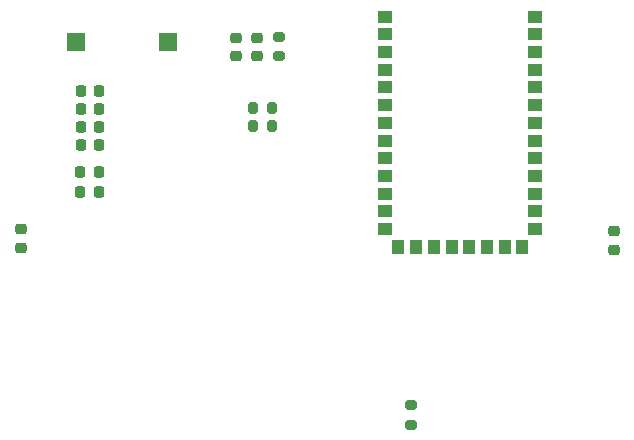
<source format=gtp>
G04 #@! TF.GenerationSoftware,KiCad,Pcbnew,7.0.1*
G04 #@! TF.CreationDate,2024-07-14T18:55:08+02:00*
G04 #@! TF.ProjectId,Gruzik2.0,4772757a-696b-4322-9e30-2e6b69636164,rev?*
G04 #@! TF.SameCoordinates,Original*
G04 #@! TF.FileFunction,Paste,Top*
G04 #@! TF.FilePolarity,Positive*
%FSLAX46Y46*%
G04 Gerber Fmt 4.6, Leading zero omitted, Abs format (unit mm)*
G04 Created by KiCad (PCBNEW 7.0.1) date 2024-07-14 18:55:08*
%MOMM*%
%LPD*%
G01*
G04 APERTURE LIST*
G04 Aperture macros list*
%AMRoundRect*
0 Rectangle with rounded corners*
0 $1 Rounding radius*
0 $2 $3 $4 $5 $6 $7 $8 $9 X,Y pos of 4 corners*
0 Add a 4 corners polygon primitive as box body*
4,1,4,$2,$3,$4,$5,$6,$7,$8,$9,$2,$3,0*
0 Add four circle primitives for the rounded corners*
1,1,$1+$1,$2,$3*
1,1,$1+$1,$4,$5*
1,1,$1+$1,$6,$7*
1,1,$1+$1,$8,$9*
0 Add four rect primitives between the rounded corners*
20,1,$1+$1,$2,$3,$4,$5,0*
20,1,$1+$1,$4,$5,$6,$7,0*
20,1,$1+$1,$6,$7,$8,$9,0*
20,1,$1+$1,$8,$9,$2,$3,0*%
G04 Aperture macros list end*
%ADD10R,1.300000X1.000000*%
%ADD11R,1.000000X1.300000*%
%ADD12RoundRect,0.225000X0.250000X-0.225000X0.250000X0.225000X-0.250000X0.225000X-0.250000X-0.225000X0*%
%ADD13RoundRect,0.200000X-0.275000X0.200000X-0.275000X-0.200000X0.275000X-0.200000X0.275000X0.200000X0*%
%ADD14RoundRect,0.200000X0.275000X-0.200000X0.275000X0.200000X-0.275000X0.200000X-0.275000X-0.200000X0*%
%ADD15RoundRect,0.200000X0.200000X0.275000X-0.200000X0.275000X-0.200000X-0.275000X0.200000X-0.275000X0*%
%ADD16RoundRect,0.225000X0.225000X0.250000X-0.225000X0.250000X-0.225000X-0.250000X0.225000X-0.250000X0*%
%ADD17R,1.500000X1.500000*%
%ADD18RoundRect,0.218750X-0.256250X0.218750X-0.256250X-0.218750X0.256250X-0.218750X0.256250X0.218750X0*%
G04 APERTURE END LIST*
D10*
X105980000Y-135095000D03*
X105980000Y-136595000D03*
X105980000Y-138095000D03*
X105980000Y-139595000D03*
X105980000Y-141095000D03*
X105980000Y-142595000D03*
X105980000Y-144095000D03*
X105980000Y-145595000D03*
X105980000Y-147095000D03*
X105980000Y-148595000D03*
X105980000Y-150095000D03*
X105980000Y-151595000D03*
X105980000Y-153095000D03*
D11*
X107080000Y-154595000D03*
X108580000Y-154595000D03*
X110080000Y-154595000D03*
X111580000Y-154595000D03*
X113080000Y-154595000D03*
X114580000Y-154595000D03*
X116080000Y-154595000D03*
X117580000Y-154595000D03*
D10*
X118680000Y-153095000D03*
X118680000Y-151595000D03*
X118680000Y-150095000D03*
X118680000Y-148595000D03*
X118680000Y-147095000D03*
X118680000Y-145595000D03*
X118680000Y-144095000D03*
X118680000Y-142595000D03*
X118680000Y-141095000D03*
X118680000Y-139595000D03*
X118680000Y-138095000D03*
X118680000Y-136595000D03*
X118680000Y-135095000D03*
D12*
X125310000Y-154835000D03*
X125310000Y-153285000D03*
D13*
X96930000Y-136820000D03*
X96930000Y-138470000D03*
D14*
X108120000Y-169660000D03*
X108120000Y-168010000D03*
D15*
X96415000Y-142820000D03*
X94765000Y-142820000D03*
D16*
X81760000Y-144470000D03*
X80210000Y-144470000D03*
D17*
X79810000Y-137210000D03*
X87610000Y-137210000D03*
D16*
X81760000Y-142930000D03*
X80210000Y-142930000D03*
D15*
X96395000Y-144400000D03*
X94745000Y-144400000D03*
D16*
X81760000Y-146010000D03*
X80210000Y-146010000D03*
D12*
X93300000Y-138450000D03*
X93300000Y-136900000D03*
D18*
X95130000Y-136880000D03*
X95130000Y-138455000D03*
D12*
X75100000Y-154670000D03*
X75100000Y-153120000D03*
D16*
X81695000Y-149970000D03*
X80145000Y-149970000D03*
X81755000Y-141360000D03*
X80205000Y-141360000D03*
X81705000Y-148270000D03*
X80155000Y-148270000D03*
M02*

</source>
